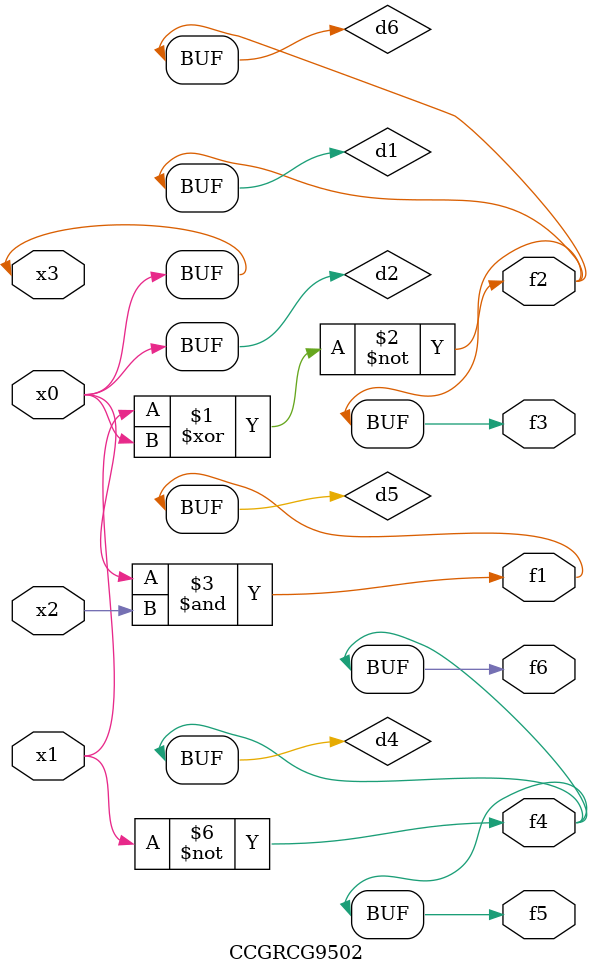
<source format=v>
module CCGRCG9502(
	input x0, x1, x2, x3,
	output f1, f2, f3, f4, f5, f6
);

	wire d1, d2, d3, d4, d5, d6;

	xnor (d1, x1, x3);
	buf (d2, x0, x3);
	nand (d3, x0, x2);
	not (d4, x1);
	nand (d5, d3);
	or (d6, d1);
	assign f1 = d5;
	assign f2 = d6;
	assign f3 = d6;
	assign f4 = d4;
	assign f5 = d4;
	assign f6 = d4;
endmodule

</source>
